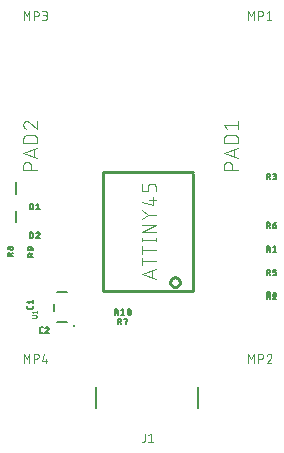
<source format=gbr>
G04 EAGLE Gerber RS-274X export*
G75*
%MOMM*%
%FSLAX34Y34*%
%LPD*%
%INSilkscreen Top*%
%IPPOS*%
%AMOC8*
5,1,8,0,0,1.08239X$1,22.5*%
G01*
%ADD10C,0.127000*%
%ADD11C,0.203200*%
%ADD12C,0.254000*%
%ADD13C,0.025400*%
%ADD14C,0.050800*%
%ADD15C,0.076200*%
%ADD16C,0.101600*%
%ADD17C,0.254000*%


D10*
X235948Y166919D02*
X235948Y171745D01*
X237289Y171745D01*
X237360Y171743D01*
X237432Y171737D01*
X237502Y171728D01*
X237572Y171715D01*
X237642Y171698D01*
X237710Y171677D01*
X237777Y171653D01*
X237843Y171625D01*
X237907Y171594D01*
X237970Y171559D01*
X238030Y171521D01*
X238089Y171480D01*
X238145Y171436D01*
X238199Y171389D01*
X238250Y171340D01*
X238298Y171287D01*
X238344Y171232D01*
X238386Y171175D01*
X238426Y171115D01*
X238462Y171054D01*
X238495Y170990D01*
X238524Y170925D01*
X238550Y170859D01*
X238573Y170791D01*
X238592Y170722D01*
X238607Y170652D01*
X238618Y170582D01*
X238626Y170511D01*
X238630Y170440D01*
X238630Y170368D01*
X238626Y170297D01*
X238618Y170226D01*
X238607Y170156D01*
X238592Y170086D01*
X238573Y170017D01*
X238550Y169949D01*
X238524Y169883D01*
X238495Y169818D01*
X238462Y169754D01*
X238426Y169693D01*
X238386Y169633D01*
X238344Y169576D01*
X238298Y169521D01*
X238250Y169468D01*
X238199Y169419D01*
X238145Y169372D01*
X238089Y169328D01*
X238030Y169287D01*
X237970Y169249D01*
X237907Y169214D01*
X237843Y169183D01*
X237777Y169155D01*
X237710Y169131D01*
X237642Y169110D01*
X237572Y169093D01*
X237502Y169080D01*
X237432Y169071D01*
X237360Y169065D01*
X237289Y169063D01*
X237289Y169064D02*
X235948Y169064D01*
X237557Y169064D02*
X238629Y166919D01*
X241371Y170673D02*
X242711Y171745D01*
X242711Y166919D01*
X241371Y166919D02*
X244052Y166919D01*
X235948Y131745D02*
X235948Y126919D01*
X235948Y131745D02*
X237289Y131745D01*
X237360Y131743D01*
X237432Y131737D01*
X237502Y131728D01*
X237572Y131715D01*
X237642Y131698D01*
X237710Y131677D01*
X237777Y131653D01*
X237843Y131625D01*
X237907Y131594D01*
X237970Y131559D01*
X238030Y131521D01*
X238089Y131480D01*
X238145Y131436D01*
X238199Y131389D01*
X238250Y131340D01*
X238298Y131287D01*
X238344Y131232D01*
X238386Y131175D01*
X238426Y131115D01*
X238462Y131054D01*
X238495Y130990D01*
X238524Y130925D01*
X238550Y130859D01*
X238573Y130791D01*
X238592Y130722D01*
X238607Y130652D01*
X238618Y130582D01*
X238626Y130511D01*
X238630Y130440D01*
X238630Y130368D01*
X238626Y130297D01*
X238618Y130226D01*
X238607Y130156D01*
X238592Y130086D01*
X238573Y130017D01*
X238550Y129949D01*
X238524Y129883D01*
X238495Y129818D01*
X238462Y129754D01*
X238426Y129693D01*
X238386Y129633D01*
X238344Y129576D01*
X238298Y129521D01*
X238250Y129468D01*
X238199Y129419D01*
X238145Y129372D01*
X238089Y129328D01*
X238030Y129287D01*
X237970Y129249D01*
X237907Y129214D01*
X237843Y129183D01*
X237777Y129155D01*
X237710Y129131D01*
X237642Y129110D01*
X237572Y129093D01*
X237502Y129080D01*
X237432Y129071D01*
X237360Y129065D01*
X237289Y129063D01*
X237289Y129064D02*
X235948Y129064D01*
X237557Y129064D02*
X238629Y126919D01*
X242845Y131745D02*
X242913Y131743D01*
X242980Y131737D01*
X243047Y131728D01*
X243114Y131715D01*
X243179Y131698D01*
X243244Y131677D01*
X243307Y131653D01*
X243369Y131625D01*
X243429Y131594D01*
X243487Y131560D01*
X243543Y131522D01*
X243598Y131482D01*
X243649Y131438D01*
X243698Y131391D01*
X243745Y131342D01*
X243789Y131291D01*
X243829Y131236D01*
X243867Y131180D01*
X243901Y131122D01*
X243932Y131062D01*
X243960Y131000D01*
X243984Y130937D01*
X244005Y130872D01*
X244022Y130807D01*
X244035Y130740D01*
X244044Y130673D01*
X244050Y130606D01*
X244052Y130538D01*
X242845Y131745D02*
X242767Y131743D01*
X242689Y131737D01*
X242612Y131727D01*
X242535Y131714D01*
X242459Y131696D01*
X242384Y131675D01*
X242310Y131650D01*
X242238Y131621D01*
X242167Y131589D01*
X242098Y131553D01*
X242030Y131514D01*
X241965Y131471D01*
X241902Y131425D01*
X241841Y131376D01*
X241783Y131324D01*
X241728Y131269D01*
X241675Y131212D01*
X241626Y131152D01*
X241579Y131089D01*
X241536Y131025D01*
X241496Y130958D01*
X241459Y130889D01*
X241426Y130818D01*
X241396Y130746D01*
X241370Y130673D01*
X243650Y129600D02*
X243699Y129649D01*
X243746Y129701D01*
X243789Y129756D01*
X243830Y129813D01*
X243868Y129872D01*
X243902Y129933D01*
X243933Y129996D01*
X243961Y130060D01*
X243985Y130126D01*
X244005Y130192D01*
X244022Y130260D01*
X244035Y130329D01*
X244044Y130398D01*
X244050Y130468D01*
X244052Y130538D01*
X243650Y129600D02*
X241371Y126919D01*
X244052Y126919D01*
X235948Y228255D02*
X235948Y233081D01*
X237289Y233081D01*
X237360Y233079D01*
X237432Y233073D01*
X237502Y233064D01*
X237572Y233051D01*
X237642Y233034D01*
X237710Y233013D01*
X237777Y232989D01*
X237843Y232961D01*
X237907Y232930D01*
X237970Y232895D01*
X238030Y232857D01*
X238089Y232816D01*
X238145Y232772D01*
X238199Y232725D01*
X238250Y232676D01*
X238298Y232623D01*
X238344Y232568D01*
X238386Y232511D01*
X238426Y232451D01*
X238462Y232390D01*
X238495Y232326D01*
X238524Y232261D01*
X238550Y232195D01*
X238573Y232127D01*
X238592Y232058D01*
X238607Y231988D01*
X238618Y231918D01*
X238626Y231847D01*
X238630Y231776D01*
X238630Y231704D01*
X238626Y231633D01*
X238618Y231562D01*
X238607Y231492D01*
X238592Y231422D01*
X238573Y231353D01*
X238550Y231285D01*
X238524Y231219D01*
X238495Y231154D01*
X238462Y231090D01*
X238426Y231029D01*
X238386Y230969D01*
X238344Y230912D01*
X238298Y230857D01*
X238250Y230804D01*
X238199Y230755D01*
X238145Y230708D01*
X238089Y230664D01*
X238030Y230623D01*
X237970Y230585D01*
X237907Y230550D01*
X237843Y230519D01*
X237777Y230491D01*
X237710Y230467D01*
X237642Y230446D01*
X237572Y230429D01*
X237502Y230416D01*
X237432Y230407D01*
X237360Y230401D01*
X237289Y230399D01*
X237289Y230400D02*
X235948Y230400D01*
X237557Y230400D02*
X238629Y228255D01*
X241371Y228255D02*
X242711Y228255D01*
X242782Y228257D01*
X242854Y228263D01*
X242924Y228272D01*
X242994Y228285D01*
X243064Y228302D01*
X243132Y228323D01*
X243199Y228347D01*
X243265Y228375D01*
X243329Y228406D01*
X243392Y228441D01*
X243452Y228479D01*
X243511Y228520D01*
X243567Y228564D01*
X243621Y228611D01*
X243672Y228660D01*
X243720Y228713D01*
X243766Y228768D01*
X243808Y228825D01*
X243848Y228885D01*
X243884Y228946D01*
X243917Y229010D01*
X243946Y229075D01*
X243972Y229141D01*
X243995Y229209D01*
X244014Y229278D01*
X244029Y229348D01*
X244040Y229418D01*
X244048Y229489D01*
X244052Y229560D01*
X244052Y229632D01*
X244048Y229703D01*
X244040Y229774D01*
X244029Y229844D01*
X244014Y229914D01*
X243995Y229983D01*
X243972Y230051D01*
X243946Y230117D01*
X243917Y230182D01*
X243884Y230246D01*
X243848Y230307D01*
X243808Y230367D01*
X243766Y230424D01*
X243720Y230479D01*
X243672Y230532D01*
X243621Y230581D01*
X243567Y230628D01*
X243511Y230672D01*
X243452Y230713D01*
X243392Y230751D01*
X243329Y230786D01*
X243265Y230817D01*
X243199Y230845D01*
X243132Y230869D01*
X243064Y230890D01*
X242994Y230907D01*
X242924Y230920D01*
X242854Y230929D01*
X242782Y230935D01*
X242711Y230937D01*
X242979Y233081D02*
X241371Y233081D01*
X242979Y233081D02*
X243044Y233079D01*
X243108Y233073D01*
X243172Y233063D01*
X243236Y233050D01*
X243298Y233032D01*
X243359Y233011D01*
X243419Y232987D01*
X243477Y232958D01*
X243534Y232926D01*
X243588Y232891D01*
X243640Y232853D01*
X243690Y232811D01*
X243737Y232767D01*
X243781Y232720D01*
X243823Y232670D01*
X243861Y232618D01*
X243896Y232564D01*
X243928Y232507D01*
X243957Y232449D01*
X243981Y232389D01*
X244002Y232328D01*
X244020Y232266D01*
X244033Y232202D01*
X244043Y232138D01*
X244049Y232074D01*
X244051Y232009D01*
X244049Y231944D01*
X244043Y231880D01*
X244033Y231816D01*
X244020Y231752D01*
X244002Y231690D01*
X243981Y231629D01*
X243957Y231569D01*
X243928Y231511D01*
X243896Y231454D01*
X243861Y231400D01*
X243823Y231348D01*
X243781Y231298D01*
X243737Y231251D01*
X243690Y231207D01*
X243640Y231165D01*
X243588Y231127D01*
X243534Y231092D01*
X243477Y231060D01*
X243419Y231031D01*
X243359Y231007D01*
X243298Y230986D01*
X243236Y230968D01*
X243172Y230955D01*
X243108Y230945D01*
X243044Y230939D01*
X242979Y230937D01*
X242979Y230936D02*
X241907Y230936D01*
X235948Y133081D02*
X235948Y128255D01*
X235948Y133081D02*
X237289Y133081D01*
X237360Y133079D01*
X237432Y133073D01*
X237502Y133064D01*
X237572Y133051D01*
X237642Y133034D01*
X237710Y133013D01*
X237777Y132989D01*
X237843Y132961D01*
X237907Y132930D01*
X237970Y132895D01*
X238030Y132857D01*
X238089Y132816D01*
X238145Y132772D01*
X238199Y132725D01*
X238250Y132676D01*
X238298Y132623D01*
X238344Y132568D01*
X238386Y132511D01*
X238426Y132451D01*
X238462Y132390D01*
X238495Y132326D01*
X238524Y132261D01*
X238550Y132195D01*
X238573Y132127D01*
X238592Y132058D01*
X238607Y131988D01*
X238618Y131918D01*
X238626Y131847D01*
X238630Y131776D01*
X238630Y131704D01*
X238626Y131633D01*
X238618Y131562D01*
X238607Y131492D01*
X238592Y131422D01*
X238573Y131353D01*
X238550Y131285D01*
X238524Y131219D01*
X238495Y131154D01*
X238462Y131090D01*
X238426Y131029D01*
X238386Y130969D01*
X238344Y130912D01*
X238298Y130857D01*
X238250Y130804D01*
X238199Y130755D01*
X238145Y130708D01*
X238089Y130664D01*
X238030Y130623D01*
X237970Y130585D01*
X237907Y130550D01*
X237843Y130519D01*
X237777Y130491D01*
X237710Y130467D01*
X237642Y130446D01*
X237572Y130429D01*
X237502Y130416D01*
X237432Y130407D01*
X237360Y130401D01*
X237289Y130399D01*
X237289Y130400D02*
X235948Y130400D01*
X237557Y130400D02*
X238629Y128255D01*
X241371Y129327D02*
X242443Y133081D01*
X241371Y129327D02*
X244052Y129327D01*
X243248Y130400D02*
X243248Y128255D01*
X235948Y146919D02*
X235948Y151745D01*
X237289Y151745D01*
X237360Y151743D01*
X237432Y151737D01*
X237502Y151728D01*
X237572Y151715D01*
X237642Y151698D01*
X237710Y151677D01*
X237777Y151653D01*
X237843Y151625D01*
X237907Y151594D01*
X237970Y151559D01*
X238030Y151521D01*
X238089Y151480D01*
X238145Y151436D01*
X238199Y151389D01*
X238250Y151340D01*
X238298Y151287D01*
X238344Y151232D01*
X238386Y151175D01*
X238426Y151115D01*
X238462Y151054D01*
X238495Y150990D01*
X238524Y150925D01*
X238550Y150859D01*
X238573Y150791D01*
X238592Y150722D01*
X238607Y150652D01*
X238618Y150582D01*
X238626Y150511D01*
X238630Y150440D01*
X238630Y150368D01*
X238626Y150297D01*
X238618Y150226D01*
X238607Y150156D01*
X238592Y150086D01*
X238573Y150017D01*
X238550Y149949D01*
X238524Y149883D01*
X238495Y149818D01*
X238462Y149754D01*
X238426Y149693D01*
X238386Y149633D01*
X238344Y149576D01*
X238298Y149521D01*
X238250Y149468D01*
X238199Y149419D01*
X238145Y149372D01*
X238089Y149328D01*
X238030Y149287D01*
X237970Y149249D01*
X237907Y149214D01*
X237843Y149183D01*
X237777Y149155D01*
X237710Y149131D01*
X237642Y149110D01*
X237572Y149093D01*
X237502Y149080D01*
X237432Y149071D01*
X237360Y149065D01*
X237289Y149063D01*
X237289Y149064D02*
X235948Y149064D01*
X237557Y149064D02*
X238629Y146919D01*
X241371Y146919D02*
X242979Y146919D01*
X243044Y146921D01*
X243108Y146927D01*
X243172Y146937D01*
X243236Y146950D01*
X243298Y146968D01*
X243359Y146989D01*
X243419Y147013D01*
X243477Y147042D01*
X243534Y147074D01*
X243588Y147109D01*
X243640Y147147D01*
X243690Y147189D01*
X243737Y147233D01*
X243781Y147280D01*
X243823Y147330D01*
X243861Y147382D01*
X243896Y147436D01*
X243928Y147493D01*
X243957Y147551D01*
X243981Y147611D01*
X244002Y147672D01*
X244020Y147734D01*
X244033Y147798D01*
X244043Y147862D01*
X244049Y147926D01*
X244051Y147991D01*
X244052Y147991D02*
X244052Y148528D01*
X244051Y148528D02*
X244049Y148593D01*
X244043Y148657D01*
X244033Y148721D01*
X244020Y148785D01*
X244002Y148847D01*
X243981Y148908D01*
X243957Y148968D01*
X243928Y149026D01*
X243896Y149083D01*
X243861Y149137D01*
X243823Y149189D01*
X243781Y149239D01*
X243737Y149286D01*
X243690Y149330D01*
X243640Y149372D01*
X243588Y149410D01*
X243534Y149445D01*
X243477Y149477D01*
X243419Y149506D01*
X243359Y149530D01*
X243298Y149551D01*
X243236Y149569D01*
X243172Y149582D01*
X243108Y149592D01*
X243044Y149598D01*
X242979Y149600D01*
X241371Y149600D01*
X241371Y151745D01*
X244052Y151745D01*
X235948Y186919D02*
X235948Y191745D01*
X237289Y191745D01*
X237360Y191743D01*
X237432Y191737D01*
X237502Y191728D01*
X237572Y191715D01*
X237642Y191698D01*
X237710Y191677D01*
X237777Y191653D01*
X237843Y191625D01*
X237907Y191594D01*
X237970Y191559D01*
X238030Y191521D01*
X238089Y191480D01*
X238145Y191436D01*
X238199Y191389D01*
X238250Y191340D01*
X238298Y191287D01*
X238344Y191232D01*
X238386Y191175D01*
X238426Y191115D01*
X238462Y191054D01*
X238495Y190990D01*
X238524Y190925D01*
X238550Y190859D01*
X238573Y190791D01*
X238592Y190722D01*
X238607Y190652D01*
X238618Y190582D01*
X238626Y190511D01*
X238630Y190440D01*
X238630Y190368D01*
X238626Y190297D01*
X238618Y190226D01*
X238607Y190156D01*
X238592Y190086D01*
X238573Y190017D01*
X238550Y189949D01*
X238524Y189883D01*
X238495Y189818D01*
X238462Y189754D01*
X238426Y189693D01*
X238386Y189633D01*
X238344Y189576D01*
X238298Y189521D01*
X238250Y189468D01*
X238199Y189419D01*
X238145Y189372D01*
X238089Y189328D01*
X238030Y189287D01*
X237970Y189249D01*
X237907Y189214D01*
X237843Y189183D01*
X237777Y189155D01*
X237710Y189131D01*
X237642Y189110D01*
X237572Y189093D01*
X237502Y189080D01*
X237432Y189071D01*
X237360Y189065D01*
X237289Y189063D01*
X237289Y189064D02*
X235948Y189064D01*
X237557Y189064D02*
X238629Y186919D01*
X241371Y189600D02*
X242979Y189600D01*
X243044Y189598D01*
X243108Y189592D01*
X243172Y189582D01*
X243236Y189569D01*
X243298Y189551D01*
X243359Y189530D01*
X243419Y189506D01*
X243477Y189477D01*
X243534Y189445D01*
X243588Y189410D01*
X243640Y189372D01*
X243690Y189330D01*
X243737Y189286D01*
X243781Y189239D01*
X243823Y189189D01*
X243861Y189137D01*
X243896Y189083D01*
X243928Y189026D01*
X243957Y188968D01*
X243981Y188908D01*
X244002Y188847D01*
X244020Y188785D01*
X244033Y188721D01*
X244043Y188657D01*
X244049Y188593D01*
X244051Y188528D01*
X244052Y188528D02*
X244052Y188260D01*
X244050Y188189D01*
X244044Y188117D01*
X244035Y188047D01*
X244022Y187977D01*
X244005Y187907D01*
X243984Y187839D01*
X243960Y187772D01*
X243932Y187706D01*
X243901Y187642D01*
X243866Y187579D01*
X243828Y187519D01*
X243787Y187460D01*
X243743Y187404D01*
X243696Y187350D01*
X243647Y187299D01*
X243594Y187251D01*
X243539Y187205D01*
X243482Y187163D01*
X243422Y187123D01*
X243361Y187087D01*
X243297Y187054D01*
X243232Y187025D01*
X243166Y186999D01*
X243098Y186976D01*
X243029Y186957D01*
X242959Y186942D01*
X242889Y186931D01*
X242818Y186923D01*
X242747Y186919D01*
X242675Y186919D01*
X242604Y186923D01*
X242533Y186931D01*
X242463Y186942D01*
X242393Y186957D01*
X242324Y186976D01*
X242256Y186999D01*
X242190Y187025D01*
X242125Y187054D01*
X242061Y187087D01*
X242000Y187123D01*
X241940Y187163D01*
X241883Y187205D01*
X241828Y187251D01*
X241775Y187299D01*
X241726Y187350D01*
X241679Y187404D01*
X241635Y187460D01*
X241594Y187519D01*
X241556Y187579D01*
X241521Y187642D01*
X241490Y187706D01*
X241462Y187772D01*
X241438Y187839D01*
X241417Y187907D01*
X241400Y187977D01*
X241387Y188047D01*
X241378Y188117D01*
X241372Y188189D01*
X241370Y188260D01*
X241371Y188260D02*
X241371Y189600D01*
X241373Y189691D01*
X241379Y189782D01*
X241388Y189872D01*
X241402Y189963D01*
X241419Y190052D01*
X241440Y190140D01*
X241465Y190228D01*
X241494Y190315D01*
X241526Y190400D01*
X241561Y190484D01*
X241601Y190566D01*
X241643Y190646D01*
X241689Y190725D01*
X241739Y190801D01*
X241791Y190875D01*
X241847Y190948D01*
X241906Y191017D01*
X241967Y191084D01*
X242032Y191149D01*
X242099Y191210D01*
X242168Y191269D01*
X242240Y191325D01*
X242315Y191377D01*
X242391Y191427D01*
X242470Y191473D01*
X242550Y191515D01*
X242632Y191555D01*
X242716Y191590D01*
X242801Y191622D01*
X242888Y191651D01*
X242975Y191676D01*
X243064Y191697D01*
X243153Y191714D01*
X243244Y191728D01*
X243334Y191737D01*
X243425Y191743D01*
X243516Y191745D01*
D11*
X67104Y132570D02*
X58516Y132570D01*
X58516Y107170D02*
X67104Y107170D01*
X55722Y117186D02*
X55722Y122554D01*
D12*
X72970Y103868D03*
D13*
X40035Y111107D02*
X37283Y111107D01*
X40035Y111107D02*
X40099Y111109D01*
X40163Y111115D01*
X40226Y111124D01*
X40288Y111138D01*
X40350Y111155D01*
X40410Y111176D01*
X40469Y111200D01*
X40527Y111228D01*
X40582Y111260D01*
X40636Y111294D01*
X40687Y111332D01*
X40737Y111373D01*
X40783Y111417D01*
X40827Y111463D01*
X40868Y111513D01*
X40906Y111564D01*
X40940Y111618D01*
X40972Y111673D01*
X41000Y111731D01*
X41024Y111790D01*
X41045Y111850D01*
X41062Y111912D01*
X41076Y111974D01*
X41085Y112037D01*
X41091Y112101D01*
X41093Y112165D01*
X41091Y112229D01*
X41085Y112293D01*
X41076Y112356D01*
X41062Y112418D01*
X41045Y112480D01*
X41024Y112540D01*
X41000Y112599D01*
X40972Y112657D01*
X40940Y112712D01*
X40906Y112766D01*
X40868Y112817D01*
X40827Y112867D01*
X40783Y112913D01*
X40737Y112957D01*
X40687Y112998D01*
X40636Y113036D01*
X40582Y113070D01*
X40527Y113102D01*
X40469Y113130D01*
X40410Y113154D01*
X40350Y113175D01*
X40288Y113192D01*
X40226Y113206D01*
X40163Y113215D01*
X40099Y113221D01*
X40035Y113223D01*
X40035Y113224D02*
X37283Y113224D01*
X38130Y114887D02*
X37283Y115945D01*
X41093Y115945D01*
X41093Y114887D02*
X41093Y117003D01*
D11*
X91720Y52290D02*
X91720Y34290D01*
X178120Y34290D02*
X178120Y52290D01*
D14*
X132575Y13076D02*
X132575Y7544D01*
X132574Y7544D02*
X132572Y7466D01*
X132566Y7389D01*
X132557Y7312D01*
X132544Y7236D01*
X132527Y7160D01*
X132506Y7085D01*
X132482Y7012D01*
X132454Y6939D01*
X132422Y6868D01*
X132387Y6799D01*
X132349Y6732D01*
X132308Y6666D01*
X132263Y6603D01*
X132215Y6542D01*
X132165Y6483D01*
X132111Y6427D01*
X132055Y6373D01*
X131996Y6323D01*
X131935Y6275D01*
X131872Y6230D01*
X131806Y6189D01*
X131739Y6151D01*
X131670Y6116D01*
X131599Y6084D01*
X131526Y6056D01*
X131453Y6032D01*
X131378Y6011D01*
X131302Y5994D01*
X131226Y5981D01*
X131149Y5972D01*
X131072Y5966D01*
X130994Y5964D01*
X130204Y5964D01*
X135685Y11496D02*
X137660Y13076D01*
X137660Y5964D01*
X135685Y5964D02*
X139636Y5964D01*
D15*
X220068Y363181D02*
X220068Y370547D01*
X222524Y366455D01*
X224979Y370547D01*
X224979Y363181D01*
X228886Y363181D02*
X228886Y370547D01*
X230932Y370547D01*
X231021Y370545D01*
X231110Y370539D01*
X231199Y370529D01*
X231287Y370516D01*
X231375Y370499D01*
X231462Y370477D01*
X231547Y370452D01*
X231632Y370424D01*
X231715Y370391D01*
X231797Y370355D01*
X231877Y370316D01*
X231955Y370273D01*
X232031Y370227D01*
X232106Y370177D01*
X232178Y370124D01*
X232247Y370068D01*
X232314Y370009D01*
X232379Y369948D01*
X232440Y369883D01*
X232499Y369816D01*
X232555Y369747D01*
X232608Y369675D01*
X232658Y369600D01*
X232704Y369524D01*
X232747Y369446D01*
X232786Y369366D01*
X232822Y369284D01*
X232855Y369201D01*
X232883Y369116D01*
X232908Y369031D01*
X232930Y368944D01*
X232947Y368856D01*
X232960Y368768D01*
X232970Y368679D01*
X232976Y368590D01*
X232978Y368501D01*
X232976Y368412D01*
X232970Y368323D01*
X232960Y368234D01*
X232947Y368146D01*
X232930Y368058D01*
X232908Y367971D01*
X232883Y367886D01*
X232855Y367801D01*
X232822Y367718D01*
X232786Y367636D01*
X232747Y367556D01*
X232704Y367478D01*
X232658Y367402D01*
X232608Y367327D01*
X232555Y367255D01*
X232499Y367186D01*
X232440Y367119D01*
X232379Y367054D01*
X232314Y366993D01*
X232247Y366934D01*
X232178Y366878D01*
X232106Y366825D01*
X232031Y366775D01*
X231955Y366729D01*
X231877Y366686D01*
X231797Y366647D01*
X231715Y366611D01*
X231632Y366578D01*
X231547Y366550D01*
X231462Y366525D01*
X231375Y366503D01*
X231287Y366486D01*
X231199Y366473D01*
X231110Y366463D01*
X231021Y366457D01*
X230932Y366455D01*
X228886Y366455D01*
X235839Y368910D02*
X237886Y370547D01*
X237886Y363181D01*
X239932Y363181D02*
X235839Y363181D01*
X220068Y80547D02*
X220068Y73181D01*
X222524Y76455D02*
X220068Y80547D01*
X222524Y76455D02*
X224979Y80547D01*
X224979Y73181D01*
X228886Y73181D02*
X228886Y80547D01*
X230932Y80547D01*
X231021Y80545D01*
X231110Y80539D01*
X231199Y80529D01*
X231287Y80516D01*
X231375Y80499D01*
X231462Y80477D01*
X231547Y80452D01*
X231632Y80424D01*
X231715Y80391D01*
X231797Y80355D01*
X231877Y80316D01*
X231955Y80273D01*
X232031Y80227D01*
X232106Y80177D01*
X232178Y80124D01*
X232247Y80068D01*
X232314Y80009D01*
X232379Y79948D01*
X232440Y79883D01*
X232499Y79816D01*
X232555Y79747D01*
X232608Y79675D01*
X232658Y79600D01*
X232704Y79524D01*
X232747Y79446D01*
X232786Y79366D01*
X232822Y79284D01*
X232855Y79201D01*
X232883Y79116D01*
X232908Y79031D01*
X232930Y78944D01*
X232947Y78856D01*
X232960Y78768D01*
X232970Y78679D01*
X232976Y78590D01*
X232978Y78501D01*
X232976Y78412D01*
X232970Y78323D01*
X232960Y78234D01*
X232947Y78146D01*
X232930Y78058D01*
X232908Y77971D01*
X232883Y77886D01*
X232855Y77801D01*
X232822Y77718D01*
X232786Y77636D01*
X232747Y77556D01*
X232704Y77478D01*
X232658Y77402D01*
X232608Y77327D01*
X232555Y77255D01*
X232499Y77186D01*
X232440Y77119D01*
X232379Y77054D01*
X232314Y76993D01*
X232247Y76934D01*
X232178Y76878D01*
X232106Y76825D01*
X232031Y76775D01*
X231955Y76729D01*
X231877Y76686D01*
X231797Y76647D01*
X231715Y76611D01*
X231632Y76578D01*
X231547Y76550D01*
X231462Y76525D01*
X231375Y76503D01*
X231287Y76486D01*
X231199Y76473D01*
X231110Y76463D01*
X231021Y76457D01*
X230932Y76455D01*
X228886Y76455D01*
X238090Y80548D02*
X238175Y80546D01*
X238260Y80540D01*
X238344Y80530D01*
X238428Y80517D01*
X238512Y80499D01*
X238594Y80478D01*
X238675Y80453D01*
X238755Y80424D01*
X238834Y80391D01*
X238911Y80355D01*
X238986Y80315D01*
X239060Y80272D01*
X239131Y80226D01*
X239200Y80176D01*
X239267Y80123D01*
X239331Y80067D01*
X239392Y80008D01*
X239451Y79947D01*
X239507Y79883D01*
X239560Y79816D01*
X239610Y79747D01*
X239656Y79676D01*
X239699Y79602D01*
X239739Y79527D01*
X239775Y79450D01*
X239808Y79371D01*
X239837Y79291D01*
X239862Y79210D01*
X239883Y79128D01*
X239901Y79044D01*
X239914Y78960D01*
X239924Y78876D01*
X239930Y78791D01*
X239932Y78706D01*
X238090Y80547D02*
X237994Y80545D01*
X237898Y80539D01*
X237803Y80529D01*
X237708Y80516D01*
X237613Y80498D01*
X237520Y80477D01*
X237427Y80452D01*
X237336Y80423D01*
X237245Y80391D01*
X237156Y80355D01*
X237069Y80315D01*
X236983Y80272D01*
X236899Y80226D01*
X236817Y80176D01*
X236737Y80122D01*
X236660Y80066D01*
X236585Y80006D01*
X236512Y79944D01*
X236442Y79878D01*
X236374Y79810D01*
X236309Y79739D01*
X236248Y79666D01*
X236189Y79590D01*
X236133Y79511D01*
X236081Y79431D01*
X236032Y79348D01*
X235986Y79264D01*
X235944Y79178D01*
X235906Y79090D01*
X235871Y79001D01*
X235839Y78910D01*
X239318Y77274D02*
X239378Y77333D01*
X239435Y77395D01*
X239490Y77459D01*
X239541Y77526D01*
X239590Y77595D01*
X239636Y77665D01*
X239679Y77738D01*
X239719Y77812D01*
X239755Y77888D01*
X239788Y77966D01*
X239818Y78045D01*
X239845Y78125D01*
X239868Y78206D01*
X239887Y78288D01*
X239903Y78370D01*
X239916Y78454D01*
X239925Y78538D01*
X239930Y78622D01*
X239932Y78706D01*
X239318Y77273D02*
X235839Y73181D01*
X239932Y73181D01*
X30068Y363181D02*
X30068Y370547D01*
X32524Y366455D01*
X34979Y370547D01*
X34979Y363181D01*
X38886Y363181D02*
X38886Y370547D01*
X40932Y370547D01*
X41021Y370545D01*
X41110Y370539D01*
X41199Y370529D01*
X41287Y370516D01*
X41375Y370499D01*
X41462Y370477D01*
X41547Y370452D01*
X41632Y370424D01*
X41715Y370391D01*
X41797Y370355D01*
X41877Y370316D01*
X41955Y370273D01*
X42031Y370227D01*
X42106Y370177D01*
X42178Y370124D01*
X42247Y370068D01*
X42314Y370009D01*
X42379Y369948D01*
X42440Y369883D01*
X42499Y369816D01*
X42555Y369747D01*
X42608Y369675D01*
X42658Y369600D01*
X42704Y369524D01*
X42747Y369446D01*
X42786Y369366D01*
X42822Y369284D01*
X42855Y369201D01*
X42883Y369116D01*
X42908Y369031D01*
X42930Y368944D01*
X42947Y368856D01*
X42960Y368768D01*
X42970Y368679D01*
X42976Y368590D01*
X42978Y368501D01*
X42976Y368412D01*
X42970Y368323D01*
X42960Y368234D01*
X42947Y368146D01*
X42930Y368058D01*
X42908Y367971D01*
X42883Y367886D01*
X42855Y367801D01*
X42822Y367718D01*
X42786Y367636D01*
X42747Y367556D01*
X42704Y367478D01*
X42658Y367402D01*
X42608Y367327D01*
X42555Y367255D01*
X42499Y367186D01*
X42440Y367119D01*
X42379Y367054D01*
X42314Y366993D01*
X42247Y366934D01*
X42178Y366878D01*
X42106Y366825D01*
X42031Y366775D01*
X41955Y366729D01*
X41877Y366686D01*
X41797Y366647D01*
X41715Y366611D01*
X41632Y366578D01*
X41547Y366550D01*
X41462Y366525D01*
X41375Y366503D01*
X41287Y366486D01*
X41199Y366473D01*
X41110Y366463D01*
X41021Y366457D01*
X40932Y366455D01*
X38886Y366455D01*
X45839Y363181D02*
X47886Y363181D01*
X47975Y363183D01*
X48064Y363189D01*
X48153Y363199D01*
X48241Y363212D01*
X48329Y363229D01*
X48416Y363251D01*
X48501Y363276D01*
X48586Y363304D01*
X48669Y363337D01*
X48751Y363373D01*
X48831Y363412D01*
X48909Y363455D01*
X48985Y363501D01*
X49060Y363551D01*
X49132Y363604D01*
X49201Y363660D01*
X49268Y363719D01*
X49333Y363780D01*
X49394Y363845D01*
X49453Y363912D01*
X49509Y363981D01*
X49562Y364053D01*
X49612Y364128D01*
X49658Y364204D01*
X49701Y364282D01*
X49740Y364362D01*
X49776Y364444D01*
X49809Y364527D01*
X49837Y364612D01*
X49862Y364697D01*
X49884Y364784D01*
X49901Y364872D01*
X49914Y364960D01*
X49924Y365049D01*
X49930Y365138D01*
X49932Y365227D01*
X49930Y365316D01*
X49924Y365405D01*
X49914Y365494D01*
X49901Y365582D01*
X49884Y365670D01*
X49862Y365757D01*
X49837Y365842D01*
X49809Y365927D01*
X49776Y366010D01*
X49740Y366092D01*
X49701Y366172D01*
X49658Y366250D01*
X49612Y366326D01*
X49562Y366401D01*
X49509Y366473D01*
X49453Y366542D01*
X49394Y366609D01*
X49333Y366674D01*
X49268Y366735D01*
X49201Y366794D01*
X49132Y366850D01*
X49060Y366903D01*
X48985Y366953D01*
X48909Y366999D01*
X48831Y367042D01*
X48751Y367081D01*
X48669Y367117D01*
X48586Y367150D01*
X48501Y367178D01*
X48416Y367203D01*
X48329Y367225D01*
X48241Y367242D01*
X48153Y367255D01*
X48064Y367265D01*
X47975Y367271D01*
X47886Y367273D01*
X48295Y370547D02*
X45839Y370547D01*
X48295Y370547D02*
X48374Y370545D01*
X48453Y370539D01*
X48532Y370530D01*
X48610Y370517D01*
X48687Y370499D01*
X48763Y370479D01*
X48838Y370454D01*
X48912Y370426D01*
X48985Y370395D01*
X49056Y370359D01*
X49125Y370321D01*
X49192Y370279D01*
X49257Y370234D01*
X49320Y370186D01*
X49381Y370135D01*
X49438Y370081D01*
X49494Y370025D01*
X49546Y369966D01*
X49596Y369904D01*
X49642Y369840D01*
X49686Y369774D01*
X49726Y369706D01*
X49762Y369636D01*
X49796Y369564D01*
X49826Y369490D01*
X49852Y369416D01*
X49875Y369340D01*
X49893Y369263D01*
X49909Y369186D01*
X49920Y369107D01*
X49928Y369029D01*
X49932Y368950D01*
X49932Y368870D01*
X49928Y368791D01*
X49920Y368713D01*
X49909Y368634D01*
X49893Y368557D01*
X49875Y368480D01*
X49852Y368404D01*
X49826Y368330D01*
X49796Y368256D01*
X49762Y368184D01*
X49726Y368114D01*
X49686Y368046D01*
X49642Y367980D01*
X49596Y367916D01*
X49546Y367854D01*
X49494Y367795D01*
X49438Y367739D01*
X49381Y367685D01*
X49320Y367634D01*
X49257Y367586D01*
X49192Y367541D01*
X49125Y367499D01*
X49056Y367461D01*
X48985Y367425D01*
X48912Y367394D01*
X48838Y367366D01*
X48763Y367341D01*
X48687Y367321D01*
X48610Y367303D01*
X48532Y367290D01*
X48453Y367281D01*
X48374Y367275D01*
X48295Y367273D01*
X46658Y367273D01*
X30068Y80547D02*
X30068Y73181D01*
X32524Y76455D02*
X30068Y80547D01*
X32524Y76455D02*
X34979Y80547D01*
X34979Y73181D01*
X38886Y73181D02*
X38886Y80547D01*
X40932Y80547D01*
X41021Y80545D01*
X41110Y80539D01*
X41199Y80529D01*
X41287Y80516D01*
X41375Y80499D01*
X41462Y80477D01*
X41547Y80452D01*
X41632Y80424D01*
X41715Y80391D01*
X41797Y80355D01*
X41877Y80316D01*
X41955Y80273D01*
X42031Y80227D01*
X42106Y80177D01*
X42178Y80124D01*
X42247Y80068D01*
X42314Y80009D01*
X42379Y79948D01*
X42440Y79883D01*
X42499Y79816D01*
X42555Y79747D01*
X42608Y79675D01*
X42658Y79600D01*
X42704Y79524D01*
X42747Y79446D01*
X42786Y79366D01*
X42822Y79284D01*
X42855Y79201D01*
X42883Y79116D01*
X42908Y79031D01*
X42930Y78944D01*
X42947Y78856D01*
X42960Y78768D01*
X42970Y78679D01*
X42976Y78590D01*
X42978Y78501D01*
X42976Y78412D01*
X42970Y78323D01*
X42960Y78234D01*
X42947Y78146D01*
X42930Y78058D01*
X42908Y77971D01*
X42883Y77886D01*
X42855Y77801D01*
X42822Y77718D01*
X42786Y77636D01*
X42747Y77556D01*
X42704Y77478D01*
X42658Y77402D01*
X42608Y77327D01*
X42555Y77255D01*
X42499Y77186D01*
X42440Y77119D01*
X42379Y77054D01*
X42314Y76993D01*
X42247Y76934D01*
X42178Y76878D01*
X42106Y76825D01*
X42031Y76775D01*
X41955Y76729D01*
X41877Y76686D01*
X41797Y76647D01*
X41715Y76611D01*
X41632Y76578D01*
X41547Y76550D01*
X41462Y76525D01*
X41375Y76503D01*
X41287Y76486D01*
X41199Y76473D01*
X41110Y76463D01*
X41021Y76457D01*
X40932Y76455D01*
X38886Y76455D01*
X45839Y74818D02*
X47476Y80547D01*
X45839Y74818D02*
X49932Y74818D01*
X48704Y76455D02*
X48704Y73181D01*
D16*
X199808Y236508D02*
X211492Y236508D01*
X199808Y236508D02*
X199808Y239754D01*
X199810Y239867D01*
X199816Y239980D01*
X199826Y240093D01*
X199840Y240206D01*
X199857Y240318D01*
X199879Y240429D01*
X199904Y240539D01*
X199934Y240649D01*
X199967Y240757D01*
X200004Y240864D01*
X200044Y240970D01*
X200089Y241074D01*
X200137Y241177D01*
X200188Y241278D01*
X200243Y241377D01*
X200301Y241474D01*
X200363Y241569D01*
X200428Y241662D01*
X200496Y241752D01*
X200567Y241840D01*
X200642Y241926D01*
X200719Y242009D01*
X200799Y242089D01*
X200882Y242166D01*
X200968Y242241D01*
X201056Y242312D01*
X201146Y242380D01*
X201239Y242445D01*
X201334Y242507D01*
X201431Y242565D01*
X201530Y242620D01*
X201631Y242671D01*
X201734Y242719D01*
X201838Y242764D01*
X201944Y242804D01*
X202051Y242841D01*
X202159Y242874D01*
X202269Y242904D01*
X202379Y242929D01*
X202490Y242951D01*
X202602Y242968D01*
X202715Y242982D01*
X202828Y242992D01*
X202941Y242998D01*
X203054Y243000D01*
X203167Y242998D01*
X203280Y242992D01*
X203393Y242982D01*
X203506Y242968D01*
X203618Y242951D01*
X203729Y242929D01*
X203839Y242904D01*
X203949Y242874D01*
X204057Y242841D01*
X204164Y242804D01*
X204270Y242764D01*
X204374Y242719D01*
X204477Y242671D01*
X204578Y242620D01*
X204677Y242565D01*
X204774Y242507D01*
X204869Y242445D01*
X204962Y242380D01*
X205052Y242312D01*
X205140Y242241D01*
X205226Y242166D01*
X205309Y242089D01*
X205389Y242009D01*
X205466Y241926D01*
X205541Y241840D01*
X205612Y241752D01*
X205680Y241662D01*
X205745Y241569D01*
X205807Y241474D01*
X205865Y241377D01*
X205920Y241278D01*
X205971Y241177D01*
X206019Y241074D01*
X206064Y240970D01*
X206104Y240864D01*
X206141Y240757D01*
X206174Y240649D01*
X206204Y240539D01*
X206229Y240429D01*
X206251Y240318D01*
X206268Y240206D01*
X206282Y240093D01*
X206292Y239980D01*
X206298Y239867D01*
X206300Y239754D01*
X206299Y239754D02*
X206299Y236508D01*
X211492Y246739D02*
X199808Y250633D01*
X211492Y254528D01*
X208571Y253554D02*
X208571Y247712D01*
X211492Y259199D02*
X199808Y259199D01*
X199808Y262444D01*
X199810Y262557D01*
X199816Y262670D01*
X199826Y262783D01*
X199840Y262896D01*
X199857Y263008D01*
X199879Y263119D01*
X199904Y263229D01*
X199934Y263339D01*
X199967Y263447D01*
X200004Y263554D01*
X200044Y263660D01*
X200089Y263764D01*
X200137Y263867D01*
X200188Y263968D01*
X200243Y264067D01*
X200301Y264164D01*
X200363Y264259D01*
X200428Y264352D01*
X200496Y264442D01*
X200567Y264530D01*
X200642Y264616D01*
X200719Y264699D01*
X200799Y264779D01*
X200882Y264856D01*
X200968Y264931D01*
X201056Y265002D01*
X201146Y265070D01*
X201239Y265135D01*
X201334Y265197D01*
X201431Y265255D01*
X201530Y265310D01*
X201631Y265361D01*
X201734Y265409D01*
X201838Y265454D01*
X201944Y265494D01*
X202051Y265531D01*
X202159Y265564D01*
X202269Y265594D01*
X202379Y265619D01*
X202490Y265641D01*
X202602Y265658D01*
X202715Y265672D01*
X202828Y265682D01*
X202941Y265688D01*
X203054Y265690D01*
X208246Y265690D01*
X208359Y265688D01*
X208472Y265682D01*
X208585Y265672D01*
X208698Y265658D01*
X208810Y265641D01*
X208921Y265619D01*
X209031Y265594D01*
X209141Y265564D01*
X209249Y265531D01*
X209356Y265494D01*
X209462Y265454D01*
X209566Y265409D01*
X209669Y265361D01*
X209770Y265310D01*
X209869Y265255D01*
X209966Y265197D01*
X210061Y265135D01*
X210154Y265070D01*
X210244Y265002D01*
X210332Y264931D01*
X210418Y264856D01*
X210501Y264779D01*
X210581Y264699D01*
X210658Y264616D01*
X210733Y264530D01*
X210804Y264442D01*
X210872Y264352D01*
X210937Y264259D01*
X210999Y264164D01*
X211057Y264067D01*
X211112Y263968D01*
X211163Y263867D01*
X211211Y263764D01*
X211256Y263660D01*
X211296Y263554D01*
X211333Y263447D01*
X211366Y263339D01*
X211396Y263229D01*
X211421Y263119D01*
X211443Y263008D01*
X211460Y262896D01*
X211474Y262783D01*
X211484Y262670D01*
X211490Y262557D01*
X211492Y262444D01*
X211492Y259199D01*
X202404Y271010D02*
X199808Y274255D01*
X211492Y274255D01*
X211492Y271010D02*
X211492Y277501D01*
X41492Y236508D02*
X29808Y236508D01*
X29808Y239754D01*
X29810Y239867D01*
X29816Y239980D01*
X29826Y240093D01*
X29840Y240206D01*
X29857Y240318D01*
X29879Y240429D01*
X29904Y240539D01*
X29934Y240649D01*
X29967Y240757D01*
X30004Y240864D01*
X30044Y240970D01*
X30089Y241074D01*
X30137Y241177D01*
X30188Y241278D01*
X30243Y241377D01*
X30301Y241474D01*
X30363Y241569D01*
X30428Y241662D01*
X30496Y241752D01*
X30567Y241840D01*
X30642Y241926D01*
X30719Y242009D01*
X30799Y242089D01*
X30882Y242166D01*
X30968Y242241D01*
X31056Y242312D01*
X31146Y242380D01*
X31239Y242445D01*
X31334Y242507D01*
X31431Y242565D01*
X31530Y242620D01*
X31631Y242671D01*
X31734Y242719D01*
X31838Y242764D01*
X31944Y242804D01*
X32051Y242841D01*
X32159Y242874D01*
X32269Y242904D01*
X32379Y242929D01*
X32490Y242951D01*
X32602Y242968D01*
X32715Y242982D01*
X32828Y242992D01*
X32941Y242998D01*
X33054Y243000D01*
X33167Y242998D01*
X33280Y242992D01*
X33393Y242982D01*
X33506Y242968D01*
X33618Y242951D01*
X33729Y242929D01*
X33839Y242904D01*
X33949Y242874D01*
X34057Y242841D01*
X34164Y242804D01*
X34270Y242764D01*
X34374Y242719D01*
X34477Y242671D01*
X34578Y242620D01*
X34677Y242565D01*
X34774Y242507D01*
X34869Y242445D01*
X34962Y242380D01*
X35052Y242312D01*
X35140Y242241D01*
X35226Y242166D01*
X35309Y242089D01*
X35389Y242009D01*
X35466Y241926D01*
X35541Y241840D01*
X35612Y241752D01*
X35680Y241662D01*
X35745Y241569D01*
X35807Y241474D01*
X35865Y241377D01*
X35920Y241278D01*
X35971Y241177D01*
X36019Y241074D01*
X36064Y240970D01*
X36104Y240864D01*
X36141Y240757D01*
X36174Y240649D01*
X36204Y240539D01*
X36229Y240429D01*
X36251Y240318D01*
X36268Y240206D01*
X36282Y240093D01*
X36292Y239980D01*
X36298Y239867D01*
X36300Y239754D01*
X36299Y239754D02*
X36299Y236508D01*
X41492Y246739D02*
X29808Y250633D01*
X41492Y254528D01*
X38571Y253554D02*
X38571Y247712D01*
X41492Y259199D02*
X29808Y259199D01*
X29808Y262444D01*
X29810Y262557D01*
X29816Y262670D01*
X29826Y262783D01*
X29840Y262896D01*
X29857Y263008D01*
X29879Y263119D01*
X29904Y263229D01*
X29934Y263339D01*
X29967Y263447D01*
X30004Y263554D01*
X30044Y263660D01*
X30089Y263764D01*
X30137Y263867D01*
X30188Y263968D01*
X30243Y264067D01*
X30301Y264164D01*
X30363Y264259D01*
X30428Y264352D01*
X30496Y264442D01*
X30567Y264530D01*
X30642Y264616D01*
X30719Y264699D01*
X30799Y264779D01*
X30882Y264856D01*
X30968Y264931D01*
X31056Y265002D01*
X31146Y265070D01*
X31239Y265135D01*
X31334Y265197D01*
X31431Y265255D01*
X31530Y265310D01*
X31631Y265361D01*
X31734Y265409D01*
X31838Y265454D01*
X31944Y265494D01*
X32051Y265531D01*
X32159Y265564D01*
X32269Y265594D01*
X32379Y265619D01*
X32490Y265641D01*
X32602Y265658D01*
X32715Y265672D01*
X32828Y265682D01*
X32941Y265688D01*
X33054Y265690D01*
X38246Y265690D01*
X38359Y265688D01*
X38472Y265682D01*
X38585Y265672D01*
X38698Y265658D01*
X38810Y265641D01*
X38921Y265619D01*
X39031Y265594D01*
X39141Y265564D01*
X39249Y265531D01*
X39356Y265494D01*
X39462Y265454D01*
X39566Y265409D01*
X39669Y265361D01*
X39770Y265310D01*
X39869Y265255D01*
X39966Y265197D01*
X40061Y265135D01*
X40154Y265070D01*
X40244Y265002D01*
X40332Y264931D01*
X40418Y264856D01*
X40501Y264779D01*
X40581Y264699D01*
X40658Y264616D01*
X40733Y264530D01*
X40804Y264442D01*
X40872Y264352D01*
X40937Y264259D01*
X40999Y264164D01*
X41057Y264067D01*
X41112Y263968D01*
X41163Y263867D01*
X41211Y263764D01*
X41256Y263660D01*
X41296Y263554D01*
X41333Y263447D01*
X41366Y263339D01*
X41396Y263229D01*
X41421Y263119D01*
X41443Y263008D01*
X41460Y262896D01*
X41474Y262783D01*
X41484Y262670D01*
X41490Y262557D01*
X41492Y262444D01*
X41492Y259199D01*
X29808Y274580D02*
X29810Y274687D01*
X29816Y274793D01*
X29826Y274899D01*
X29839Y275005D01*
X29857Y275111D01*
X29878Y275215D01*
X29903Y275319D01*
X29932Y275422D01*
X29964Y275523D01*
X30001Y275623D01*
X30041Y275722D01*
X30084Y275820D01*
X30131Y275916D01*
X30182Y276010D01*
X30236Y276102D01*
X30293Y276192D01*
X30353Y276280D01*
X30417Y276365D01*
X30484Y276448D01*
X30554Y276529D01*
X30626Y276607D01*
X30702Y276683D01*
X30780Y276755D01*
X30861Y276825D01*
X30944Y276892D01*
X31029Y276956D01*
X31117Y277016D01*
X31207Y277073D01*
X31299Y277127D01*
X31393Y277178D01*
X31489Y277225D01*
X31587Y277268D01*
X31686Y277308D01*
X31786Y277345D01*
X31887Y277377D01*
X31990Y277406D01*
X32094Y277431D01*
X32198Y277452D01*
X32304Y277470D01*
X32410Y277483D01*
X32516Y277493D01*
X32622Y277499D01*
X32729Y277501D01*
X29808Y274580D02*
X29810Y274459D01*
X29816Y274338D01*
X29826Y274218D01*
X29839Y274097D01*
X29857Y273978D01*
X29878Y273858D01*
X29903Y273740D01*
X29932Y273623D01*
X29965Y273506D01*
X30001Y273391D01*
X30042Y273277D01*
X30085Y273164D01*
X30133Y273052D01*
X30184Y272943D01*
X30239Y272835D01*
X30297Y272728D01*
X30358Y272624D01*
X30423Y272522D01*
X30491Y272422D01*
X30562Y272324D01*
X30636Y272228D01*
X30713Y272135D01*
X30794Y272045D01*
X30877Y271957D01*
X30963Y271872D01*
X31052Y271789D01*
X31143Y271710D01*
X31237Y271633D01*
X31333Y271560D01*
X31431Y271490D01*
X31532Y271423D01*
X31635Y271359D01*
X31740Y271299D01*
X31847Y271241D01*
X31955Y271188D01*
X32065Y271138D01*
X32177Y271092D01*
X32290Y271049D01*
X32405Y271010D01*
X35001Y276526D02*
X34923Y276605D01*
X34843Y276681D01*
X34760Y276754D01*
X34674Y276824D01*
X34587Y276891D01*
X34496Y276955D01*
X34404Y277015D01*
X34310Y277073D01*
X34213Y277127D01*
X34115Y277177D01*
X34015Y277224D01*
X33914Y277268D01*
X33811Y277308D01*
X33706Y277344D01*
X33601Y277376D01*
X33494Y277405D01*
X33387Y277430D01*
X33278Y277452D01*
X33169Y277469D01*
X33060Y277483D01*
X32950Y277492D01*
X32839Y277498D01*
X32729Y277500D01*
X35001Y276527D02*
X41492Y271010D01*
X41492Y277501D01*
D10*
X109748Y110395D02*
X109748Y105569D01*
X109748Y110395D02*
X111089Y110395D01*
X111160Y110393D01*
X111232Y110387D01*
X111302Y110378D01*
X111372Y110365D01*
X111442Y110348D01*
X111510Y110327D01*
X111577Y110303D01*
X111643Y110275D01*
X111707Y110244D01*
X111770Y110209D01*
X111830Y110171D01*
X111889Y110130D01*
X111945Y110086D01*
X111999Y110039D01*
X112050Y109990D01*
X112098Y109937D01*
X112144Y109882D01*
X112186Y109825D01*
X112226Y109765D01*
X112262Y109704D01*
X112295Y109640D01*
X112324Y109575D01*
X112350Y109509D01*
X112373Y109441D01*
X112392Y109372D01*
X112407Y109302D01*
X112418Y109232D01*
X112426Y109161D01*
X112430Y109090D01*
X112430Y109018D01*
X112426Y108947D01*
X112418Y108876D01*
X112407Y108806D01*
X112392Y108736D01*
X112373Y108667D01*
X112350Y108599D01*
X112324Y108533D01*
X112295Y108468D01*
X112262Y108404D01*
X112226Y108343D01*
X112186Y108283D01*
X112144Y108226D01*
X112098Y108171D01*
X112050Y108118D01*
X111999Y108069D01*
X111945Y108022D01*
X111889Y107978D01*
X111830Y107937D01*
X111770Y107899D01*
X111707Y107864D01*
X111643Y107833D01*
X111577Y107805D01*
X111510Y107781D01*
X111442Y107760D01*
X111372Y107743D01*
X111302Y107730D01*
X111232Y107721D01*
X111160Y107715D01*
X111089Y107713D01*
X111089Y107714D02*
X109748Y107714D01*
X111357Y107714D02*
X112429Y105569D01*
X115171Y109859D02*
X115171Y110395D01*
X117852Y110395D01*
X116511Y105569D01*
X107305Y113555D02*
X107305Y118381D01*
X108646Y118381D01*
X108717Y118379D01*
X108789Y118373D01*
X108859Y118364D01*
X108929Y118351D01*
X108999Y118334D01*
X109067Y118313D01*
X109134Y118289D01*
X109200Y118261D01*
X109264Y118230D01*
X109327Y118195D01*
X109387Y118157D01*
X109446Y118116D01*
X109502Y118072D01*
X109556Y118025D01*
X109607Y117976D01*
X109655Y117923D01*
X109701Y117868D01*
X109743Y117811D01*
X109783Y117751D01*
X109819Y117690D01*
X109852Y117626D01*
X109881Y117561D01*
X109907Y117495D01*
X109930Y117427D01*
X109949Y117358D01*
X109964Y117288D01*
X109975Y117218D01*
X109983Y117147D01*
X109987Y117076D01*
X109987Y117004D01*
X109983Y116933D01*
X109975Y116862D01*
X109964Y116792D01*
X109949Y116722D01*
X109930Y116653D01*
X109907Y116585D01*
X109881Y116519D01*
X109852Y116454D01*
X109819Y116390D01*
X109783Y116329D01*
X109743Y116269D01*
X109701Y116212D01*
X109655Y116157D01*
X109607Y116104D01*
X109556Y116055D01*
X109502Y116008D01*
X109446Y115964D01*
X109387Y115923D01*
X109327Y115885D01*
X109264Y115850D01*
X109200Y115819D01*
X109134Y115791D01*
X109067Y115767D01*
X108999Y115746D01*
X108929Y115729D01*
X108859Y115716D01*
X108789Y115707D01*
X108717Y115701D01*
X108646Y115699D01*
X108646Y115700D02*
X107305Y115700D01*
X108914Y115700D02*
X109986Y113555D01*
X112728Y117309D02*
X114068Y118381D01*
X114068Y113555D01*
X112728Y113555D02*
X115409Y113555D01*
X118214Y115968D02*
X118216Y116088D01*
X118221Y116208D01*
X118230Y116328D01*
X118243Y116448D01*
X118259Y116567D01*
X118279Y116686D01*
X118303Y116804D01*
X118330Y116921D01*
X118360Y117037D01*
X118394Y117152D01*
X118432Y117267D01*
X118473Y117380D01*
X118517Y117491D01*
X118565Y117602D01*
X118616Y117711D01*
X118617Y117711D02*
X118638Y117768D01*
X118664Y117824D01*
X118692Y117879D01*
X118724Y117931D01*
X118760Y117982D01*
X118798Y118030D01*
X118839Y118076D01*
X118883Y118119D01*
X118929Y118159D01*
X118978Y118196D01*
X119030Y118230D01*
X119083Y118261D01*
X119138Y118289D01*
X119194Y118313D01*
X119252Y118334D01*
X119311Y118351D01*
X119371Y118364D01*
X119432Y118373D01*
X119494Y118379D01*
X119555Y118381D01*
X119616Y118379D01*
X119678Y118373D01*
X119739Y118364D01*
X119799Y118351D01*
X119858Y118334D01*
X119916Y118313D01*
X119972Y118289D01*
X120027Y118261D01*
X120080Y118230D01*
X120132Y118196D01*
X120181Y118159D01*
X120227Y118119D01*
X120271Y118076D01*
X120312Y118030D01*
X120350Y117982D01*
X120386Y117931D01*
X120418Y117879D01*
X120446Y117824D01*
X120472Y117768D01*
X120493Y117711D01*
X120544Y117602D01*
X120592Y117491D01*
X120636Y117380D01*
X120677Y117267D01*
X120715Y117152D01*
X120749Y117037D01*
X120779Y116921D01*
X120806Y116804D01*
X120830Y116686D01*
X120850Y116567D01*
X120866Y116448D01*
X120879Y116328D01*
X120888Y116208D01*
X120893Y116088D01*
X120895Y115968D01*
X118214Y115968D02*
X118216Y115848D01*
X118221Y115728D01*
X118230Y115608D01*
X118243Y115488D01*
X118259Y115369D01*
X118279Y115250D01*
X118303Y115132D01*
X118330Y115015D01*
X118360Y114899D01*
X118394Y114784D01*
X118432Y114669D01*
X118473Y114556D01*
X118517Y114445D01*
X118565Y114334D01*
X118616Y114225D01*
X118617Y114225D02*
X118638Y114168D01*
X118664Y114112D01*
X118692Y114057D01*
X118724Y114005D01*
X118760Y113954D01*
X118798Y113906D01*
X118839Y113860D01*
X118883Y113817D01*
X118929Y113777D01*
X118978Y113740D01*
X119030Y113706D01*
X119083Y113675D01*
X119138Y113647D01*
X119194Y113623D01*
X119252Y113602D01*
X119311Y113585D01*
X119371Y113572D01*
X119432Y113563D01*
X119494Y113557D01*
X119555Y113555D01*
X120493Y114225D02*
X120544Y114334D01*
X120592Y114445D01*
X120636Y114556D01*
X120677Y114669D01*
X120715Y114784D01*
X120749Y114899D01*
X120779Y115015D01*
X120806Y115132D01*
X120830Y115250D01*
X120850Y115369D01*
X120866Y115488D01*
X120879Y115608D01*
X120888Y115728D01*
X120893Y115848D01*
X120895Y115968D01*
X120493Y114225D02*
X120472Y114168D01*
X120446Y114112D01*
X120418Y114057D01*
X120386Y114005D01*
X120350Y113954D01*
X120312Y113906D01*
X120271Y113860D01*
X120227Y113817D01*
X120180Y113777D01*
X120132Y113740D01*
X120080Y113706D01*
X120027Y113675D01*
X119972Y113647D01*
X119916Y113623D01*
X119858Y113602D01*
X119799Y113585D01*
X119739Y113572D01*
X119678Y113563D01*
X119616Y113557D01*
X119555Y113555D01*
X118482Y114627D02*
X120627Y117309D01*
X23495Y216218D02*
X23495Y225743D01*
X35195Y207645D02*
X35195Y202819D01*
X35195Y207645D02*
X36535Y207645D01*
X36605Y207643D01*
X36675Y207638D01*
X36745Y207628D01*
X36814Y207616D01*
X36882Y207599D01*
X36949Y207579D01*
X37016Y207556D01*
X37080Y207529D01*
X37144Y207499D01*
X37206Y207465D01*
X37265Y207429D01*
X37323Y207389D01*
X37379Y207346D01*
X37432Y207301D01*
X37483Y207252D01*
X37532Y207201D01*
X37577Y207148D01*
X37620Y207092D01*
X37660Y207034D01*
X37696Y206975D01*
X37730Y206913D01*
X37760Y206849D01*
X37787Y206785D01*
X37810Y206718D01*
X37830Y206651D01*
X37847Y206583D01*
X37859Y206514D01*
X37869Y206444D01*
X37874Y206374D01*
X37876Y206304D01*
X37876Y204160D01*
X37874Y204090D01*
X37869Y204020D01*
X37859Y203950D01*
X37847Y203881D01*
X37830Y203813D01*
X37810Y203746D01*
X37787Y203679D01*
X37760Y203615D01*
X37730Y203551D01*
X37696Y203489D01*
X37660Y203430D01*
X37620Y203372D01*
X37577Y203316D01*
X37532Y203263D01*
X37483Y203212D01*
X37432Y203163D01*
X37379Y203118D01*
X37323Y203075D01*
X37265Y203035D01*
X37205Y202999D01*
X37144Y202965D01*
X37080Y202935D01*
X37016Y202908D01*
X36949Y202885D01*
X36882Y202865D01*
X36814Y202848D01*
X36745Y202836D01*
X36675Y202826D01*
X36605Y202821D01*
X36535Y202819D01*
X35195Y202819D01*
X40864Y206573D02*
X42205Y207645D01*
X42205Y202819D01*
X43545Y202819D02*
X40864Y202819D01*
X23495Y201613D02*
X23495Y192088D01*
X35195Y183515D02*
X35195Y178689D01*
X35195Y183515D02*
X36535Y183515D01*
X36605Y183513D01*
X36675Y183508D01*
X36745Y183498D01*
X36814Y183486D01*
X36882Y183469D01*
X36949Y183449D01*
X37016Y183426D01*
X37080Y183399D01*
X37144Y183369D01*
X37206Y183335D01*
X37265Y183299D01*
X37323Y183259D01*
X37379Y183216D01*
X37432Y183171D01*
X37483Y183122D01*
X37532Y183071D01*
X37577Y183018D01*
X37620Y182962D01*
X37660Y182904D01*
X37696Y182845D01*
X37730Y182783D01*
X37760Y182719D01*
X37787Y182655D01*
X37810Y182588D01*
X37830Y182521D01*
X37847Y182453D01*
X37859Y182384D01*
X37869Y182314D01*
X37874Y182244D01*
X37876Y182174D01*
X37876Y180030D01*
X37874Y179960D01*
X37869Y179890D01*
X37859Y179820D01*
X37847Y179751D01*
X37830Y179683D01*
X37810Y179616D01*
X37787Y179549D01*
X37760Y179485D01*
X37730Y179421D01*
X37696Y179359D01*
X37660Y179300D01*
X37620Y179242D01*
X37577Y179186D01*
X37532Y179133D01*
X37483Y179082D01*
X37432Y179033D01*
X37379Y178988D01*
X37323Y178945D01*
X37265Y178905D01*
X37205Y178869D01*
X37144Y178835D01*
X37080Y178805D01*
X37016Y178778D01*
X36949Y178755D01*
X36882Y178735D01*
X36814Y178718D01*
X36745Y178706D01*
X36675Y178696D01*
X36605Y178691D01*
X36535Y178689D01*
X35195Y178689D01*
X42339Y183515D02*
X42407Y183513D01*
X42474Y183507D01*
X42541Y183498D01*
X42608Y183485D01*
X42673Y183468D01*
X42738Y183447D01*
X42801Y183423D01*
X42863Y183395D01*
X42923Y183364D01*
X42981Y183330D01*
X43037Y183292D01*
X43092Y183252D01*
X43143Y183208D01*
X43192Y183161D01*
X43239Y183112D01*
X43283Y183061D01*
X43323Y183006D01*
X43361Y182950D01*
X43395Y182892D01*
X43426Y182832D01*
X43454Y182770D01*
X43478Y182707D01*
X43499Y182642D01*
X43516Y182577D01*
X43529Y182510D01*
X43538Y182443D01*
X43544Y182376D01*
X43546Y182308D01*
X42339Y183515D02*
X42261Y183513D01*
X42183Y183507D01*
X42106Y183497D01*
X42029Y183484D01*
X41953Y183466D01*
X41878Y183445D01*
X41804Y183420D01*
X41732Y183391D01*
X41661Y183359D01*
X41592Y183323D01*
X41524Y183284D01*
X41459Y183241D01*
X41396Y183195D01*
X41335Y183146D01*
X41277Y183094D01*
X41222Y183039D01*
X41169Y182982D01*
X41120Y182922D01*
X41073Y182859D01*
X41030Y182795D01*
X40990Y182728D01*
X40953Y182659D01*
X40920Y182588D01*
X40890Y182516D01*
X40864Y182443D01*
X43143Y181370D02*
X43192Y181419D01*
X43239Y181471D01*
X43282Y181526D01*
X43323Y181583D01*
X43361Y181642D01*
X43395Y181703D01*
X43426Y181766D01*
X43454Y181830D01*
X43478Y181896D01*
X43498Y181962D01*
X43515Y182030D01*
X43528Y182099D01*
X43537Y182168D01*
X43543Y182238D01*
X43545Y182308D01*
X43143Y181370D02*
X40864Y178689D01*
X43545Y178689D01*
X21265Y163298D02*
X16439Y163298D01*
X16439Y164639D01*
X16441Y164710D01*
X16447Y164782D01*
X16456Y164852D01*
X16469Y164922D01*
X16486Y164992D01*
X16507Y165060D01*
X16531Y165127D01*
X16559Y165193D01*
X16590Y165257D01*
X16625Y165320D01*
X16663Y165380D01*
X16704Y165439D01*
X16748Y165495D01*
X16795Y165549D01*
X16844Y165600D01*
X16897Y165648D01*
X16952Y165694D01*
X17009Y165736D01*
X17069Y165776D01*
X17130Y165812D01*
X17194Y165845D01*
X17259Y165874D01*
X17325Y165900D01*
X17393Y165923D01*
X17462Y165942D01*
X17532Y165957D01*
X17602Y165968D01*
X17673Y165976D01*
X17744Y165980D01*
X17816Y165980D01*
X17887Y165976D01*
X17958Y165968D01*
X18028Y165957D01*
X18098Y165942D01*
X18167Y165923D01*
X18235Y165900D01*
X18301Y165874D01*
X18366Y165845D01*
X18430Y165812D01*
X18491Y165776D01*
X18551Y165736D01*
X18608Y165694D01*
X18663Y165648D01*
X18716Y165600D01*
X18765Y165549D01*
X18812Y165495D01*
X18856Y165439D01*
X18897Y165380D01*
X18935Y165320D01*
X18970Y165257D01*
X19001Y165193D01*
X19029Y165127D01*
X19053Y165060D01*
X19074Y164992D01*
X19091Y164922D01*
X19104Y164852D01*
X19113Y164782D01*
X19119Y164710D01*
X19121Y164639D01*
X19120Y164639D02*
X19120Y163298D01*
X19120Y164907D02*
X21265Y165979D01*
X19924Y168720D02*
X19853Y168722D01*
X19781Y168728D01*
X19711Y168737D01*
X19641Y168750D01*
X19571Y168767D01*
X19503Y168788D01*
X19436Y168812D01*
X19370Y168840D01*
X19306Y168871D01*
X19243Y168906D01*
X19183Y168944D01*
X19124Y168985D01*
X19068Y169029D01*
X19014Y169076D01*
X18963Y169125D01*
X18915Y169178D01*
X18869Y169233D01*
X18827Y169290D01*
X18787Y169350D01*
X18751Y169411D01*
X18718Y169475D01*
X18689Y169540D01*
X18663Y169606D01*
X18640Y169674D01*
X18621Y169743D01*
X18606Y169813D01*
X18595Y169883D01*
X18587Y169954D01*
X18583Y170025D01*
X18583Y170097D01*
X18587Y170168D01*
X18595Y170239D01*
X18606Y170309D01*
X18621Y170379D01*
X18640Y170448D01*
X18663Y170516D01*
X18689Y170582D01*
X18718Y170647D01*
X18751Y170711D01*
X18787Y170772D01*
X18827Y170832D01*
X18869Y170889D01*
X18915Y170944D01*
X18963Y170997D01*
X19014Y171046D01*
X19068Y171093D01*
X19124Y171137D01*
X19183Y171178D01*
X19243Y171216D01*
X19306Y171251D01*
X19370Y171282D01*
X19436Y171310D01*
X19503Y171334D01*
X19571Y171355D01*
X19641Y171372D01*
X19711Y171385D01*
X19781Y171394D01*
X19853Y171400D01*
X19924Y171402D01*
X19995Y171400D01*
X20067Y171394D01*
X20137Y171385D01*
X20207Y171372D01*
X20277Y171355D01*
X20345Y171334D01*
X20412Y171310D01*
X20478Y171282D01*
X20542Y171251D01*
X20605Y171216D01*
X20665Y171178D01*
X20724Y171137D01*
X20780Y171093D01*
X20834Y171046D01*
X20885Y170997D01*
X20933Y170944D01*
X20979Y170889D01*
X21021Y170832D01*
X21061Y170772D01*
X21097Y170711D01*
X21130Y170647D01*
X21159Y170582D01*
X21185Y170516D01*
X21208Y170448D01*
X21227Y170379D01*
X21242Y170309D01*
X21253Y170239D01*
X21261Y170168D01*
X21265Y170097D01*
X21265Y170025D01*
X21261Y169954D01*
X21253Y169883D01*
X21242Y169813D01*
X21227Y169743D01*
X21208Y169674D01*
X21185Y169606D01*
X21159Y169540D01*
X21130Y169475D01*
X21097Y169411D01*
X21061Y169350D01*
X21021Y169290D01*
X20979Y169233D01*
X20933Y169178D01*
X20885Y169125D01*
X20834Y169076D01*
X20780Y169029D01*
X20724Y168985D01*
X20665Y168944D01*
X20605Y168906D01*
X20542Y168871D01*
X20478Y168840D01*
X20412Y168812D01*
X20345Y168788D01*
X20277Y168767D01*
X20207Y168750D01*
X20137Y168737D01*
X20067Y168728D01*
X19995Y168722D01*
X19924Y168720D01*
X17511Y168989D02*
X17446Y168991D01*
X17382Y168997D01*
X17318Y169007D01*
X17254Y169020D01*
X17192Y169038D01*
X17131Y169059D01*
X17071Y169083D01*
X17013Y169112D01*
X16956Y169144D01*
X16902Y169179D01*
X16850Y169217D01*
X16800Y169259D01*
X16753Y169303D01*
X16709Y169350D01*
X16667Y169400D01*
X16629Y169452D01*
X16594Y169506D01*
X16562Y169563D01*
X16533Y169621D01*
X16509Y169681D01*
X16488Y169742D01*
X16470Y169804D01*
X16457Y169868D01*
X16447Y169932D01*
X16441Y169996D01*
X16439Y170061D01*
X16441Y170126D01*
X16447Y170190D01*
X16457Y170254D01*
X16470Y170318D01*
X16488Y170380D01*
X16509Y170441D01*
X16533Y170501D01*
X16562Y170559D01*
X16594Y170616D01*
X16629Y170670D01*
X16667Y170722D01*
X16709Y170772D01*
X16753Y170819D01*
X16800Y170863D01*
X16850Y170905D01*
X16902Y170943D01*
X16956Y170978D01*
X17013Y171010D01*
X17071Y171039D01*
X17131Y171063D01*
X17192Y171084D01*
X17254Y171102D01*
X17318Y171115D01*
X17382Y171125D01*
X17446Y171131D01*
X17511Y171133D01*
X17576Y171131D01*
X17640Y171125D01*
X17704Y171115D01*
X17768Y171102D01*
X17830Y171084D01*
X17891Y171063D01*
X17951Y171039D01*
X18009Y171010D01*
X18066Y170978D01*
X18120Y170943D01*
X18172Y170905D01*
X18222Y170863D01*
X18269Y170819D01*
X18313Y170772D01*
X18355Y170722D01*
X18393Y170670D01*
X18428Y170616D01*
X18460Y170559D01*
X18489Y170501D01*
X18513Y170441D01*
X18534Y170380D01*
X18552Y170318D01*
X18565Y170254D01*
X18575Y170190D01*
X18581Y170126D01*
X18583Y170061D01*
X18581Y169996D01*
X18575Y169932D01*
X18565Y169868D01*
X18552Y169804D01*
X18534Y169742D01*
X18513Y169681D01*
X18489Y169621D01*
X18460Y169563D01*
X18428Y169506D01*
X18393Y169452D01*
X18355Y169400D01*
X18313Y169350D01*
X18269Y169303D01*
X18222Y169259D01*
X18172Y169217D01*
X18120Y169179D01*
X18066Y169144D01*
X18009Y169112D01*
X17951Y169083D01*
X17891Y169059D01*
X17830Y169038D01*
X17768Y169020D01*
X17704Y169007D01*
X17640Y168997D01*
X17576Y168991D01*
X17511Y168989D01*
X33369Y162848D02*
X38195Y162848D01*
X33369Y162848D02*
X33369Y164189D01*
X33371Y164260D01*
X33377Y164332D01*
X33386Y164402D01*
X33399Y164472D01*
X33416Y164542D01*
X33437Y164610D01*
X33461Y164677D01*
X33489Y164743D01*
X33520Y164807D01*
X33555Y164870D01*
X33593Y164930D01*
X33634Y164989D01*
X33678Y165045D01*
X33725Y165099D01*
X33774Y165150D01*
X33827Y165198D01*
X33882Y165244D01*
X33939Y165286D01*
X33999Y165326D01*
X34060Y165362D01*
X34124Y165395D01*
X34189Y165424D01*
X34255Y165450D01*
X34323Y165473D01*
X34392Y165492D01*
X34462Y165507D01*
X34532Y165518D01*
X34603Y165526D01*
X34674Y165530D01*
X34746Y165530D01*
X34817Y165526D01*
X34888Y165518D01*
X34958Y165507D01*
X35028Y165492D01*
X35097Y165473D01*
X35165Y165450D01*
X35231Y165424D01*
X35296Y165395D01*
X35360Y165362D01*
X35421Y165326D01*
X35481Y165286D01*
X35538Y165244D01*
X35593Y165198D01*
X35646Y165150D01*
X35695Y165099D01*
X35742Y165045D01*
X35786Y164989D01*
X35827Y164930D01*
X35865Y164870D01*
X35900Y164807D01*
X35931Y164743D01*
X35959Y164677D01*
X35983Y164610D01*
X36004Y164542D01*
X36021Y164472D01*
X36034Y164402D01*
X36043Y164332D01*
X36049Y164260D01*
X36051Y164189D01*
X36050Y164189D02*
X36050Y162848D01*
X36050Y164457D02*
X38195Y165529D01*
X36050Y169343D02*
X36050Y170952D01*
X36050Y169343D02*
X36048Y169278D01*
X36042Y169214D01*
X36032Y169150D01*
X36019Y169086D01*
X36001Y169024D01*
X35980Y168963D01*
X35956Y168903D01*
X35927Y168845D01*
X35895Y168788D01*
X35860Y168734D01*
X35822Y168682D01*
X35780Y168632D01*
X35736Y168585D01*
X35689Y168541D01*
X35639Y168499D01*
X35587Y168461D01*
X35533Y168426D01*
X35476Y168394D01*
X35418Y168365D01*
X35358Y168341D01*
X35297Y168320D01*
X35235Y168302D01*
X35171Y168289D01*
X35107Y168279D01*
X35043Y168273D01*
X34978Y168271D01*
X34710Y168271D01*
X34710Y168270D02*
X34639Y168272D01*
X34567Y168278D01*
X34497Y168287D01*
X34427Y168300D01*
X34357Y168317D01*
X34289Y168338D01*
X34222Y168362D01*
X34156Y168390D01*
X34092Y168421D01*
X34029Y168456D01*
X33969Y168494D01*
X33910Y168535D01*
X33854Y168579D01*
X33800Y168626D01*
X33749Y168675D01*
X33701Y168728D01*
X33655Y168783D01*
X33613Y168840D01*
X33573Y168900D01*
X33537Y168961D01*
X33504Y169025D01*
X33475Y169090D01*
X33449Y169156D01*
X33426Y169224D01*
X33407Y169293D01*
X33392Y169363D01*
X33381Y169433D01*
X33373Y169504D01*
X33369Y169575D01*
X33369Y169647D01*
X33373Y169718D01*
X33381Y169789D01*
X33392Y169859D01*
X33407Y169929D01*
X33426Y169998D01*
X33449Y170066D01*
X33475Y170132D01*
X33504Y170197D01*
X33537Y170261D01*
X33573Y170322D01*
X33613Y170382D01*
X33655Y170439D01*
X33701Y170494D01*
X33749Y170547D01*
X33800Y170596D01*
X33854Y170643D01*
X33910Y170687D01*
X33969Y170728D01*
X34029Y170766D01*
X34092Y170801D01*
X34156Y170832D01*
X34222Y170860D01*
X34289Y170884D01*
X34357Y170905D01*
X34427Y170922D01*
X34497Y170935D01*
X34567Y170944D01*
X34639Y170950D01*
X34710Y170952D01*
X36050Y170952D01*
X36141Y170950D01*
X36232Y170944D01*
X36322Y170935D01*
X36413Y170921D01*
X36502Y170904D01*
X36590Y170883D01*
X36678Y170858D01*
X36765Y170829D01*
X36850Y170797D01*
X36934Y170762D01*
X37016Y170722D01*
X37096Y170680D01*
X37175Y170634D01*
X37251Y170584D01*
X37325Y170532D01*
X37398Y170476D01*
X37467Y170417D01*
X37534Y170356D01*
X37599Y170291D01*
X37660Y170224D01*
X37719Y170155D01*
X37775Y170082D01*
X37827Y170008D01*
X37877Y169932D01*
X37923Y169853D01*
X37965Y169773D01*
X38005Y169691D01*
X38040Y169607D01*
X38072Y169522D01*
X38101Y169435D01*
X38126Y169347D01*
X38147Y169259D01*
X38164Y169170D01*
X38178Y169079D01*
X38187Y168989D01*
X38193Y168898D01*
X38195Y168807D01*
D17*
X154227Y141223D02*
X154229Y141349D01*
X154235Y141475D01*
X154245Y141601D01*
X154259Y141726D01*
X154276Y141851D01*
X154298Y141976D01*
X154324Y142099D01*
X154353Y142222D01*
X154386Y142343D01*
X154424Y142464D01*
X154464Y142583D01*
X154509Y142701D01*
X154557Y142818D01*
X154609Y142933D01*
X154665Y143046D01*
X154724Y143158D01*
X154786Y143267D01*
X154852Y143375D01*
X154921Y143480D01*
X154994Y143584D01*
X155070Y143684D01*
X155149Y143783D01*
X155231Y143879D01*
X155315Y143972D01*
X155403Y144063D01*
X155494Y144151D01*
X155587Y144235D01*
X155683Y144317D01*
X155782Y144396D01*
X155882Y144472D01*
X155986Y144545D01*
X156091Y144614D01*
X156199Y144680D01*
X156308Y144742D01*
X156420Y144801D01*
X156533Y144857D01*
X156648Y144909D01*
X156765Y144957D01*
X156883Y145002D01*
X157002Y145042D01*
X157123Y145080D01*
X157244Y145113D01*
X157367Y145142D01*
X157490Y145168D01*
X157615Y145190D01*
X157740Y145207D01*
X157865Y145221D01*
X157991Y145231D01*
X158117Y145237D01*
X158243Y145239D01*
X158369Y145237D01*
X158495Y145231D01*
X158621Y145221D01*
X158746Y145207D01*
X158871Y145190D01*
X158996Y145168D01*
X159119Y145142D01*
X159242Y145113D01*
X159363Y145080D01*
X159484Y145042D01*
X159603Y145002D01*
X159721Y144957D01*
X159838Y144909D01*
X159953Y144857D01*
X160066Y144801D01*
X160178Y144742D01*
X160287Y144680D01*
X160395Y144614D01*
X160500Y144545D01*
X160604Y144472D01*
X160704Y144396D01*
X160803Y144317D01*
X160899Y144235D01*
X160992Y144151D01*
X161083Y144063D01*
X161171Y143972D01*
X161255Y143879D01*
X161337Y143783D01*
X161416Y143684D01*
X161492Y143584D01*
X161565Y143480D01*
X161634Y143375D01*
X161700Y143267D01*
X161762Y143158D01*
X161821Y143046D01*
X161877Y142933D01*
X161929Y142818D01*
X161977Y142701D01*
X162022Y142583D01*
X162062Y142464D01*
X162100Y142343D01*
X162133Y142222D01*
X162162Y142099D01*
X162188Y141976D01*
X162210Y141851D01*
X162227Y141726D01*
X162241Y141601D01*
X162251Y141475D01*
X162257Y141349D01*
X162259Y141223D01*
X162257Y141097D01*
X162251Y140971D01*
X162241Y140845D01*
X162227Y140720D01*
X162210Y140595D01*
X162188Y140470D01*
X162162Y140347D01*
X162133Y140224D01*
X162100Y140103D01*
X162062Y139982D01*
X162022Y139863D01*
X161977Y139745D01*
X161929Y139628D01*
X161877Y139513D01*
X161821Y139400D01*
X161762Y139288D01*
X161700Y139179D01*
X161634Y139071D01*
X161565Y138966D01*
X161492Y138862D01*
X161416Y138762D01*
X161337Y138663D01*
X161255Y138567D01*
X161171Y138474D01*
X161083Y138383D01*
X160992Y138295D01*
X160899Y138211D01*
X160803Y138129D01*
X160704Y138050D01*
X160604Y137974D01*
X160500Y137901D01*
X160395Y137832D01*
X160287Y137766D01*
X160178Y137704D01*
X160066Y137645D01*
X159953Y137589D01*
X159838Y137537D01*
X159721Y137489D01*
X159603Y137444D01*
X159484Y137404D01*
X159363Y137366D01*
X159242Y137333D01*
X159119Y137304D01*
X158996Y137278D01*
X158871Y137256D01*
X158746Y137239D01*
X158621Y137225D01*
X158495Y137215D01*
X158369Y137209D01*
X158243Y137207D01*
X158117Y137209D01*
X157991Y137215D01*
X157865Y137225D01*
X157740Y137239D01*
X157615Y137256D01*
X157490Y137278D01*
X157367Y137304D01*
X157244Y137333D01*
X157123Y137366D01*
X157002Y137404D01*
X156883Y137444D01*
X156765Y137489D01*
X156648Y137537D01*
X156533Y137589D01*
X156420Y137645D01*
X156308Y137704D01*
X156199Y137766D01*
X156091Y137832D01*
X155986Y137901D01*
X155882Y137974D01*
X155782Y138050D01*
X155683Y138129D01*
X155587Y138211D01*
X155494Y138295D01*
X155403Y138383D01*
X155315Y138474D01*
X155231Y138567D01*
X155149Y138663D01*
X155070Y138762D01*
X154994Y138862D01*
X154921Y138966D01*
X154852Y139071D01*
X154786Y139179D01*
X154724Y139288D01*
X154665Y139400D01*
X154609Y139513D01*
X154557Y139628D01*
X154509Y139745D01*
X154464Y139863D01*
X154424Y139982D01*
X154386Y140103D01*
X154353Y140224D01*
X154324Y140347D01*
X154298Y140470D01*
X154276Y140595D01*
X154259Y140720D01*
X154245Y140845D01*
X154235Y140971D01*
X154229Y141097D01*
X154227Y141223D01*
D16*
X141830Y144243D02*
X130146Y148138D01*
X141830Y152032D01*
X138909Y151059D02*
X138909Y145217D01*
X141830Y158806D02*
X130146Y158806D01*
X130146Y162051D02*
X130146Y155560D01*
X130146Y168712D02*
X141830Y168712D01*
X130146Y165466D02*
X130146Y171957D01*
X130146Y177094D02*
X141830Y177094D01*
X141830Y178392D02*
X141830Y175795D01*
X130146Y175795D02*
X130146Y178392D01*
X130146Y183373D02*
X141830Y183373D01*
X141830Y189864D02*
X130146Y183373D01*
X130146Y189864D02*
X141830Y189864D01*
X135663Y198430D02*
X130146Y194535D01*
X135663Y198430D02*
X130146Y202324D01*
X135663Y198430D02*
X141830Y198430D01*
X139234Y206614D02*
X130146Y209210D01*
X139234Y206614D02*
X139234Y213105D01*
X136637Y211158D02*
X141830Y211158D01*
X141830Y218044D02*
X141830Y221939D01*
X141828Y222038D01*
X141822Y222138D01*
X141813Y222237D01*
X141800Y222335D01*
X141783Y222433D01*
X141762Y222531D01*
X141737Y222627D01*
X141709Y222722D01*
X141677Y222816D01*
X141642Y222909D01*
X141603Y223001D01*
X141560Y223091D01*
X141515Y223179D01*
X141465Y223266D01*
X141413Y223350D01*
X141357Y223433D01*
X141299Y223513D01*
X141237Y223591D01*
X141172Y223666D01*
X141104Y223739D01*
X141034Y223809D01*
X140961Y223877D01*
X140886Y223942D01*
X140808Y224004D01*
X140728Y224062D01*
X140645Y224118D01*
X140561Y224170D01*
X140474Y224220D01*
X140386Y224265D01*
X140296Y224308D01*
X140204Y224347D01*
X140111Y224382D01*
X140017Y224414D01*
X139922Y224442D01*
X139826Y224467D01*
X139728Y224488D01*
X139630Y224505D01*
X139532Y224518D01*
X139433Y224527D01*
X139333Y224533D01*
X139234Y224535D01*
X137935Y224535D01*
X137836Y224533D01*
X137736Y224527D01*
X137637Y224518D01*
X137539Y224505D01*
X137441Y224488D01*
X137343Y224467D01*
X137247Y224442D01*
X137152Y224414D01*
X137058Y224382D01*
X136965Y224347D01*
X136873Y224308D01*
X136783Y224265D01*
X136695Y224220D01*
X136608Y224170D01*
X136524Y224118D01*
X136441Y224062D01*
X136361Y224004D01*
X136283Y223942D01*
X136208Y223877D01*
X136135Y223809D01*
X136065Y223739D01*
X135997Y223666D01*
X135932Y223591D01*
X135870Y223513D01*
X135812Y223433D01*
X135756Y223350D01*
X135704Y223266D01*
X135654Y223179D01*
X135609Y223091D01*
X135566Y223001D01*
X135527Y222909D01*
X135492Y222816D01*
X135460Y222722D01*
X135432Y222627D01*
X135407Y222531D01*
X135386Y222433D01*
X135369Y222335D01*
X135356Y222237D01*
X135347Y222138D01*
X135341Y222038D01*
X135339Y221939D01*
X135339Y218044D01*
X130146Y218044D01*
X130146Y224535D01*
D17*
X96900Y133403D02*
X173100Y133403D01*
X96900Y133403D02*
X96900Y234403D01*
X173100Y234403D01*
X173100Y232625D02*
X173100Y133403D01*
D10*
X46124Y98255D02*
X45052Y98255D01*
X44987Y98257D01*
X44923Y98263D01*
X44859Y98273D01*
X44795Y98286D01*
X44733Y98304D01*
X44672Y98325D01*
X44612Y98349D01*
X44554Y98378D01*
X44497Y98410D01*
X44443Y98445D01*
X44391Y98483D01*
X44341Y98525D01*
X44294Y98569D01*
X44250Y98616D01*
X44208Y98666D01*
X44170Y98718D01*
X44135Y98772D01*
X44103Y98829D01*
X44074Y98887D01*
X44050Y98947D01*
X44029Y99008D01*
X44011Y99070D01*
X43998Y99134D01*
X43988Y99198D01*
X43982Y99262D01*
X43980Y99327D01*
X43979Y99327D02*
X43979Y102009D01*
X43980Y102009D02*
X43982Y102074D01*
X43988Y102138D01*
X43998Y102202D01*
X44011Y102266D01*
X44029Y102328D01*
X44050Y102389D01*
X44074Y102449D01*
X44103Y102507D01*
X44135Y102564D01*
X44170Y102618D01*
X44208Y102670D01*
X44250Y102720D01*
X44294Y102767D01*
X44341Y102811D01*
X44391Y102853D01*
X44443Y102891D01*
X44497Y102926D01*
X44554Y102958D01*
X44612Y102987D01*
X44672Y103011D01*
X44733Y103032D01*
X44795Y103050D01*
X44859Y103063D01*
X44923Y103073D01*
X44987Y103079D01*
X45052Y103081D01*
X46124Y103081D01*
X50054Y103081D02*
X50122Y103079D01*
X50189Y103073D01*
X50256Y103064D01*
X50323Y103051D01*
X50388Y103034D01*
X50453Y103013D01*
X50516Y102989D01*
X50578Y102961D01*
X50638Y102930D01*
X50696Y102896D01*
X50752Y102858D01*
X50807Y102818D01*
X50858Y102774D01*
X50907Y102727D01*
X50954Y102678D01*
X50998Y102627D01*
X51038Y102572D01*
X51076Y102516D01*
X51110Y102458D01*
X51141Y102398D01*
X51169Y102336D01*
X51193Y102273D01*
X51214Y102208D01*
X51231Y102143D01*
X51244Y102076D01*
X51253Y102009D01*
X51259Y101942D01*
X51261Y101874D01*
X50054Y103081D02*
X49976Y103079D01*
X49898Y103073D01*
X49821Y103063D01*
X49744Y103050D01*
X49668Y103032D01*
X49593Y103011D01*
X49519Y102986D01*
X49447Y102957D01*
X49376Y102925D01*
X49307Y102889D01*
X49239Y102850D01*
X49174Y102807D01*
X49111Y102761D01*
X49050Y102712D01*
X48992Y102660D01*
X48937Y102605D01*
X48884Y102548D01*
X48835Y102488D01*
X48788Y102425D01*
X48745Y102361D01*
X48705Y102294D01*
X48668Y102225D01*
X48635Y102154D01*
X48605Y102082D01*
X48579Y102009D01*
X50859Y100936D02*
X50908Y100985D01*
X50955Y101037D01*
X50998Y101092D01*
X51039Y101149D01*
X51077Y101208D01*
X51111Y101269D01*
X51142Y101332D01*
X51170Y101396D01*
X51194Y101462D01*
X51214Y101528D01*
X51231Y101596D01*
X51244Y101665D01*
X51253Y101734D01*
X51259Y101804D01*
X51261Y101874D01*
X50859Y100936D02*
X48580Y98255D01*
X51261Y98255D01*
X38081Y119972D02*
X38081Y121044D01*
X38081Y119972D02*
X38079Y119907D01*
X38073Y119843D01*
X38063Y119779D01*
X38050Y119715D01*
X38032Y119653D01*
X38011Y119592D01*
X37987Y119532D01*
X37958Y119474D01*
X37926Y119417D01*
X37891Y119363D01*
X37853Y119311D01*
X37811Y119261D01*
X37767Y119214D01*
X37720Y119170D01*
X37670Y119128D01*
X37618Y119090D01*
X37564Y119055D01*
X37507Y119023D01*
X37449Y118994D01*
X37389Y118970D01*
X37328Y118949D01*
X37266Y118931D01*
X37202Y118918D01*
X37138Y118908D01*
X37074Y118902D01*
X37009Y118900D01*
X37009Y118899D02*
X34327Y118899D01*
X34262Y118901D01*
X34198Y118907D01*
X34134Y118917D01*
X34070Y118930D01*
X34008Y118948D01*
X33947Y118969D01*
X33887Y118994D01*
X33828Y119022D01*
X33772Y119054D01*
X33717Y119089D01*
X33665Y119127D01*
X33615Y119169D01*
X33568Y119213D01*
X33524Y119260D01*
X33482Y119310D01*
X33444Y119362D01*
X33409Y119417D01*
X33377Y119473D01*
X33349Y119532D01*
X33324Y119591D01*
X33303Y119653D01*
X33285Y119715D01*
X33272Y119779D01*
X33262Y119843D01*
X33256Y119907D01*
X33254Y119972D01*
X33255Y119972D02*
X33255Y121044D01*
X34327Y123500D02*
X33255Y124840D01*
X38081Y124840D01*
X38081Y123500D02*
X38081Y126181D01*
M02*

</source>
